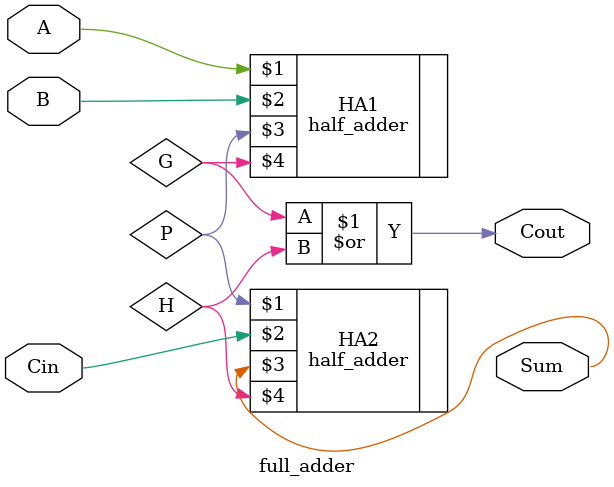
<source format=sv>
`timescale 1ns / 100ps


module full_adder (
	input logic A , B, Cin,
	output logic Sum, Cout
	);
	
	tri P, G, H;
	
	
	half_adder HA1 (A, B, P, G);
	half_adder HA2 (P, Cin, Sum, H);
	or (Cout, G, H);
	
endmodule
</source>
